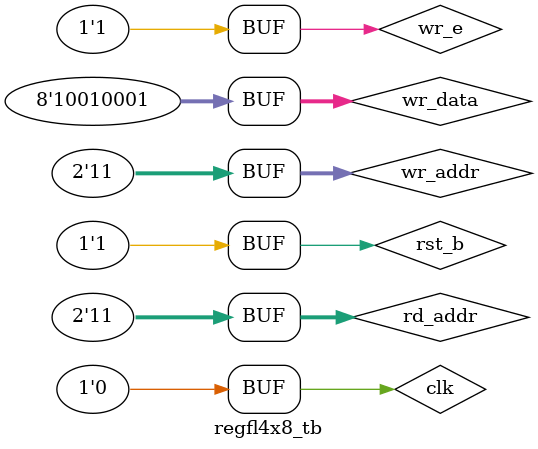
<source format=v>
module regfl_4x8 (
    input clk, rst_b, wr_e,
    input [1:0] wr_addr, rd_addr,
    input [7:0] wr_data,
    output [7:0] rd_data
);
    wire [3:0] dout;
    wire [7:0] rout[0:3]; //declararea unui tablou de 4 element ([0:3]), fiecare
                          // element fiind o magistrala de 8 biti ([7:0])
    dec_2s inst0(.s(wr_addr), .e(wr_e), .o(dout));
    // se construiesc 4 instante rgst, parametrizate prin latime
    rgst #(.w(8)) inst1(.clk(clk), .rst_b(rst_b), .ld(dout[0]), .clr(1'd0), .d(wr_data), .q(rout[0]));
    rgst #(.w(8)) inst2(.clk(clk), .rst_b(rst_b), .ld(dout[1]), .clr(1'd0), .d(wr_data), .q(rout[1]));
    rgst #(.w(8)) inst3(.clk(clk), .rst_b(rst_b), .ld(dout[2]), .clr(1'd0), .d(wr_data), .q(rout[2]));
    rgst #(.w(8)) inst4(.clk(clk), .rst_b(rst_b), .ld(dout[3]), .clr(1'd0), .d(wr_data), .q(rout[3]));
    mux_2s #(.w(8)) inst5(.s(rd_addr), .d0(rout[0]), .d1(rout[1]), .d2(rout[2]), .d3(rout[3]), .o(rd_data));
endmodule

module regfl4x8_tb;
    reg clk, rst_b, wr_e;
    reg [1:0] wr_addr, rd_addr;
    reg [7:0] wr_data;
    wire [7:0] rd_data;

    regfl_4x8 dut(.clk(clk), .rst_b(rst_b), .wr_e(wr_e), .wr_addr(wr_addr), .rd_addr(rd_addr), .wr_data(wr_data), .rd_data(rd_data));

    localparam CLK_PERIOD=100, RUNNING_CYCLES=9;
    initial begin
        clk=0;
        repeat (2*RUNNING_CYCLES) #(CLK_PERIOD/2) clk=~clk;
    end
    localparam RST_DURATION=5;
    initial begin
        rst_b=0;
        #RST_DURATION rst_b=~rst_b;
    end

    initial begin
                        wr_addr = 2'h0; wr_data = 8'ha2; wr_e = 1; rd_addr = 2'h3;
        #(1*CLK_PERIOD) wr_addr = 2'h2; wr_data = 8'h2e;           rd_addr = 2'h0;
        #(1*CLK_PERIOD) wr_addr = 2'h1; wr_data = 8'h98; wr_e = 0; rd_addr = 2'h1;
        #(1*CLK_PERIOD) wr_addr = 2'h3; wr_data = 8'h55; wr_e = 1; rd_addr = 2'h2;
        #(1*CLK_PERIOD) wr_addr = 2'h0; wr_data = 8'h20;           rd_addr = 2'h0;
        #(1*CLK_PERIOD) wr_addr = 2'h1; wr_data = 8'hff;           rd_addr = 2'h3;
        #(1*CLK_PERIOD) wr_addr = 2'h3; wr_data = 8'hc7;           rd_addr = 2'h1;
        #(1*CLK_PERIOD) wr_addr = 2'h2; wr_data = 8'hb5; wr_e = 0; rd_addr = 2'h2;
        #(1*CLK_PERIOD) wr_addr = 2'h3; wr_data = 8'h91; wr_e = 1; rd_addr = 2'h3;
    end

    // in urma simularii testbench-ului se poate verifica modul de umplere al register file-ului
    // - in primul ciclu de clock se scrie la adresa 0 valoarea a2 si se citeste de la adresa 3, unde
    //   regfl-ul find gol, se va citi valoarea 0;
    // - in al doilea ciclu de tact se scrie la adresa 2 valoarea 2e, respectiv se citeste de la 
    //   adresa 0, valoarea a2, scrisa in ciclul de tact anterior
endmodule
</source>
